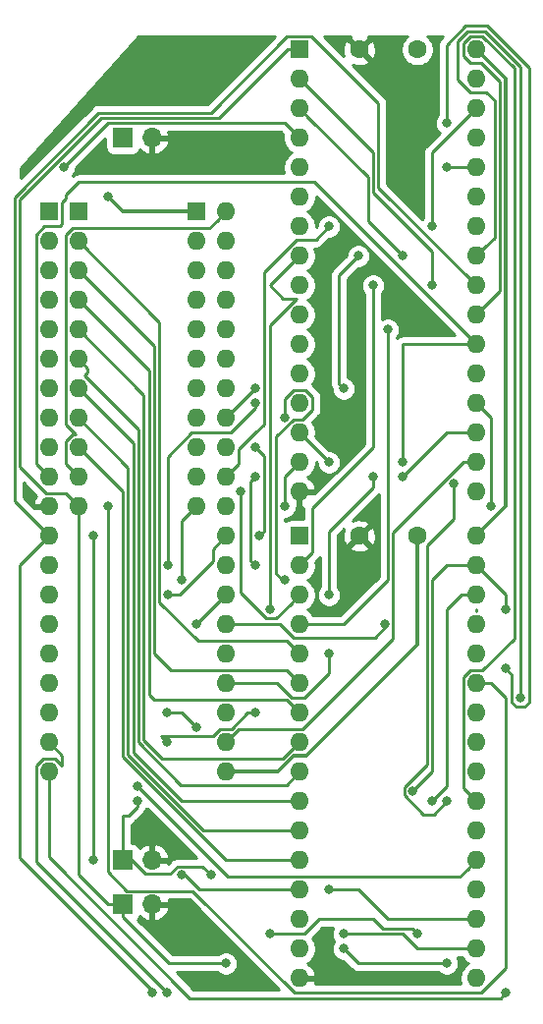
<source format=gbl>
G04 #@! TF.GenerationSoftware,KiCad,Pcbnew,5.1.5+dfsg1-2*
G04 #@! TF.CreationDate,2020-01-25T11:12:06+01:00*
G04 #@! TF.ProjectId,A500r5_eprom_adapter,41353030-7235-45f6-9570-726f6d5f6164,rev?*
G04 #@! TF.SameCoordinates,Original*
G04 #@! TF.FileFunction,Copper,L2,Bot*
G04 #@! TF.FilePolarity,Positive*
%FSLAX46Y46*%
G04 Gerber Fmt 4.6, Leading zero omitted, Abs format (unit mm)*
G04 Created by KiCad (PCBNEW 5.1.5+dfsg1-2) date 2020-01-25 11:12:06*
%MOMM*%
%LPD*%
G04 APERTURE LIST*
%ADD10O,1.600000X1.600000*%
%ADD11R,1.600000X1.600000*%
%ADD12O,1.700000X1.700000*%
%ADD13R,1.700000X1.700000*%
%ADD14C,1.600000*%
%ADD15C,0.800000*%
%ADD16C,0.250000*%
%ADD17C,0.350000*%
%ADD18C,0.254000*%
G04 APERTURE END LIST*
D10*
X143510000Y-99060000D03*
X128270000Y-137160000D03*
X143510000Y-101600000D03*
X128270000Y-134620000D03*
X143510000Y-104140000D03*
X128270000Y-132080000D03*
X143510000Y-106680000D03*
X128270000Y-129540000D03*
X143510000Y-109220000D03*
X128270000Y-127000000D03*
X143510000Y-111760000D03*
X128270000Y-124460000D03*
X143510000Y-114300000D03*
X128270000Y-121920000D03*
X143510000Y-116840000D03*
X128270000Y-119380000D03*
X143510000Y-119380000D03*
X128270000Y-116840000D03*
X143510000Y-121920000D03*
X128270000Y-114300000D03*
X143510000Y-124460000D03*
X128270000Y-111760000D03*
X143510000Y-127000000D03*
X128270000Y-109220000D03*
X143510000Y-129540000D03*
X128270000Y-106680000D03*
X143510000Y-132080000D03*
X128270000Y-104140000D03*
X143510000Y-134620000D03*
X128270000Y-101600000D03*
X143510000Y-137160000D03*
D11*
X128270000Y-99060000D03*
D10*
X143510000Y-57150000D03*
X128270000Y-95250000D03*
X143510000Y-59690000D03*
X128270000Y-92710000D03*
X143510000Y-62230000D03*
X128270000Y-90170000D03*
X143510000Y-64770000D03*
X128270000Y-87630000D03*
X143510000Y-67310000D03*
X128270000Y-85090000D03*
X143510000Y-69850000D03*
X128270000Y-82550000D03*
X143510000Y-72390000D03*
X128270000Y-80010000D03*
X143510000Y-74930000D03*
X128270000Y-77470000D03*
X143510000Y-77470000D03*
X128270000Y-74930000D03*
X143510000Y-80010000D03*
X128270000Y-72390000D03*
X143510000Y-82550000D03*
X128270000Y-69850000D03*
X143510000Y-85090000D03*
X128270000Y-67310000D03*
X143510000Y-87630000D03*
X128270000Y-64770000D03*
X143510000Y-90170000D03*
X128270000Y-62230000D03*
X143510000Y-92710000D03*
X128270000Y-59690000D03*
X143510000Y-95250000D03*
D11*
X128270000Y-57150000D03*
D10*
X121920000Y-71120000D03*
X106680000Y-119380000D03*
X121920000Y-73660000D03*
X106680000Y-116840000D03*
X121920000Y-76200000D03*
X106680000Y-114300000D03*
X121920000Y-78740000D03*
X106680000Y-111760000D03*
X121920000Y-81280000D03*
X106680000Y-109220000D03*
X121920000Y-83820000D03*
X106680000Y-106680000D03*
X121920000Y-86360000D03*
X106680000Y-104140000D03*
X121920000Y-88900000D03*
X106680000Y-101600000D03*
X121920000Y-91440000D03*
X106680000Y-99060000D03*
X121920000Y-93980000D03*
X106680000Y-96520000D03*
X121920000Y-96520000D03*
X106680000Y-93980000D03*
X121920000Y-99060000D03*
X106680000Y-91440000D03*
X121920000Y-101600000D03*
X106680000Y-88900000D03*
X121920000Y-104140000D03*
X106680000Y-86360000D03*
X121920000Y-106680000D03*
X106680000Y-83820000D03*
X121920000Y-109220000D03*
X106680000Y-81280000D03*
X121920000Y-111760000D03*
X106680000Y-78740000D03*
X121920000Y-114300000D03*
X106680000Y-76200000D03*
X121920000Y-116840000D03*
X106680000Y-73660000D03*
X121920000Y-119380000D03*
D11*
X106680000Y-71120000D03*
D10*
X119380000Y-96520000D03*
X119380000Y-93980000D03*
X119380000Y-91440000D03*
X119380000Y-88900000D03*
X119380000Y-86360000D03*
X119380000Y-83820000D03*
X119380000Y-81280000D03*
X119380000Y-78740000D03*
X119380000Y-76200000D03*
X119380000Y-73660000D03*
D11*
X119380000Y-71120000D03*
D10*
X109220000Y-96520000D03*
X109220000Y-93980000D03*
X109220000Y-91440000D03*
X109220000Y-88900000D03*
X109220000Y-86360000D03*
X109220000Y-83820000D03*
X109220000Y-81280000D03*
X109220000Y-78740000D03*
X109220000Y-76200000D03*
X109220000Y-73660000D03*
D11*
X109220000Y-71120000D03*
D12*
X115570000Y-130810000D03*
D13*
X113030000Y-130810000D03*
D12*
X115570000Y-127000000D03*
D13*
X113030000Y-127000000D03*
D12*
X115570000Y-64770000D03*
D13*
X113030000Y-64770000D03*
D14*
X133430000Y-57150000D03*
X138430000Y-57150000D03*
X133430000Y-99060000D03*
X138430000Y-99060000D03*
D15*
X113030000Y-60960000D03*
X119380000Y-60960000D03*
X111760000Y-69850000D03*
X114300000Y-121920000D03*
X118110000Y-102870000D03*
X120650000Y-128270000D03*
X125730000Y-133350000D03*
X138430000Y-133350000D03*
X138030001Y-121049999D03*
X146050000Y-105410000D03*
X121920000Y-135890000D03*
X125730000Y-105410000D03*
X111760000Y-96520000D03*
X110490000Y-99060000D03*
X110490000Y-127000000D03*
X139700000Y-121920000D03*
X130810000Y-72390000D03*
X139700000Y-72390000D03*
X124460000Y-93980000D03*
X124460000Y-101600000D03*
X134620000Y-77470000D03*
X139700000Y-77470000D03*
X124460000Y-86360000D03*
X132080000Y-86360000D03*
X133350000Y-74930000D03*
X137160000Y-74930000D03*
X123190000Y-95250000D03*
X146050000Y-110490000D03*
X140970000Y-63500000D03*
X140970000Y-67310000D03*
X107950000Y-67310000D03*
X135890000Y-81280000D03*
X147320000Y-113030000D03*
X146050000Y-138430000D03*
X116840000Y-138430000D03*
X116840000Y-116840000D03*
X124460000Y-114300000D03*
X127000000Y-96520000D03*
X116840000Y-114300000D03*
X119380000Y-115570000D03*
X124785001Y-99060000D03*
X124460000Y-91440000D03*
X130810000Y-92710000D03*
X118110000Y-128270000D03*
X116905070Y-101600000D03*
X124460000Y-87630000D03*
X115570000Y-138430000D03*
X140970000Y-121920000D03*
X141605708Y-94508228D03*
X137160000Y-92710000D03*
X116905070Y-104140000D03*
X114300000Y-120650000D03*
X127000000Y-88900000D03*
X127000000Y-102870000D03*
X119380000Y-106680000D03*
X132080000Y-134620000D03*
X140970000Y-135890000D03*
X135615010Y-106680000D03*
X144780000Y-96520000D03*
X130810000Y-129540000D03*
X137160000Y-93980000D03*
X134620000Y-93980000D03*
X130810000Y-104140000D03*
X130810000Y-109220000D03*
X132080000Y-133350000D03*
D16*
X143510000Y-105410000D02*
X143510000Y-105554999D01*
D17*
X113030000Y-60960000D02*
X119380000Y-60960000D01*
X119380000Y-71120000D02*
X113030000Y-71120000D01*
X113030000Y-71120000D02*
X111760000Y-69850000D01*
X143510000Y-57150000D02*
X146050000Y-59690000D01*
X146050000Y-96520000D02*
X143510000Y-99060000D01*
X146050000Y-59690000D02*
X146050000Y-96520000D01*
X128834001Y-118015001D02*
X138430000Y-108419002D01*
X138430000Y-108419002D02*
X138430000Y-100191370D01*
X127802119Y-118015001D02*
X128834001Y-118015001D01*
X138430000Y-100191370D02*
X138430000Y-99060000D01*
X126437120Y-119380000D02*
X127802119Y-118015001D01*
X121920000Y-119380000D02*
X126437120Y-119380000D01*
D16*
X113030000Y-127000000D02*
X113030000Y-123190000D01*
X114300000Y-122389002D02*
X114300000Y-121920000D01*
X113030000Y-123190000D02*
X113499002Y-123190000D01*
X113499002Y-123190000D02*
X114300000Y-122389002D01*
X118110000Y-97790000D02*
X119380000Y-96520000D01*
X118110000Y-102870000D02*
X118110000Y-97790000D01*
X117761999Y-127544999D02*
X119924999Y-127544999D01*
X117131997Y-128175001D02*
X117761999Y-127544999D01*
X113030000Y-127000000D02*
X113030000Y-126199002D01*
X115005999Y-128175001D02*
X117131997Y-128175001D01*
X113030000Y-126199002D02*
X115005999Y-128175001D01*
X119924999Y-127544999D02*
X120650000Y-128270000D01*
X134620000Y-132080000D02*
X135439990Y-132899990D01*
X135439990Y-132899990D02*
X137979990Y-132899990D01*
X129935002Y-132080000D02*
X134620000Y-132080000D01*
X125730000Y-133350000D02*
X128665002Y-133350000D01*
X128665002Y-133350000D02*
X129935002Y-132080000D01*
X137979990Y-132899990D02*
X138430000Y-133350000D01*
X140970000Y-101600000D02*
X143510000Y-101600000D01*
X139700000Y-102870000D02*
X140970000Y-101600000D01*
X138030001Y-121049999D02*
X139700000Y-119380000D01*
X139700000Y-119380000D02*
X139700000Y-102870000D01*
X146050000Y-104140000D02*
X143510000Y-101600000D01*
X146050000Y-105410000D02*
X146050000Y-104140000D01*
X108094999Y-95394999D02*
X108420001Y-95720001D01*
X106429997Y-95394999D02*
X108094999Y-95394999D01*
X104140000Y-93105002D02*
X106429997Y-95394999D01*
X128270000Y-57150000D02*
X127220000Y-57150000D01*
X127220000Y-57150000D02*
X121320010Y-63049990D01*
X121320010Y-63049990D02*
X111137008Y-63049990D01*
X104140000Y-70046998D02*
X104140000Y-93105002D01*
X108420001Y-95720001D02*
X109220000Y-96520000D01*
X111137008Y-63049990D02*
X104140000Y-70046998D01*
X109220000Y-96520000D02*
X109220000Y-128270000D01*
X111760000Y-130810000D02*
X113030000Y-130810000D01*
X109220000Y-128270000D02*
X111760000Y-130810000D01*
X113030000Y-131910000D02*
X113030000Y-130810000D01*
X117010000Y-135890000D02*
X113030000Y-131910000D01*
X121920000Y-135890000D02*
X117010000Y-135890000D01*
X121920000Y-127000000D02*
X128270000Y-127000000D01*
X113030000Y-118110000D02*
X121920000Y-127000000D01*
X109220000Y-91440000D02*
X113030000Y-95250000D01*
X113030000Y-95250000D02*
X113030000Y-118110000D01*
X109220000Y-88900000D02*
X113480010Y-93160010D01*
X113480010Y-93160010D02*
X113480010Y-117923600D01*
X113480010Y-117923600D02*
X120016410Y-124460000D01*
X120016410Y-124460000D02*
X128270000Y-124460000D01*
X113930020Y-91070020D02*
X113930020Y-117737200D01*
X109220000Y-86360000D02*
X113930020Y-91070020D01*
X118112820Y-121920000D02*
X128270000Y-121920000D01*
X113930020Y-117737200D02*
X118112820Y-121920000D01*
X110019999Y-84619999D02*
X109220000Y-83820000D01*
X110019999Y-84975001D02*
X110019999Y-84619999D01*
X109760001Y-85234999D02*
X110019999Y-84975001D01*
X128270000Y-119380000D02*
X127144999Y-120505001D01*
X127144999Y-120505001D02*
X118045031Y-120505001D01*
X118045031Y-120505001D02*
X114380030Y-116840000D01*
X114380030Y-116840000D02*
X114380030Y-89855028D01*
X114380030Y-89855028D02*
X109760001Y-85234999D01*
X128270000Y-74930000D02*
X125730000Y-77470000D01*
X125730000Y-80884998D02*
X125730000Y-105410000D01*
X125730000Y-77470000D02*
X126855001Y-78595001D01*
X128019997Y-78595001D02*
X125730000Y-80884998D01*
X126855001Y-78595001D02*
X128019997Y-78595001D01*
X116431439Y-118254999D02*
X126855001Y-118254999D01*
X109220000Y-81280000D02*
X114830040Y-86890040D01*
X126855001Y-118254999D02*
X128270000Y-116840000D01*
X114830040Y-116653600D02*
X116431439Y-118254999D01*
X114830040Y-86890040D02*
X114830040Y-116653600D01*
X127144999Y-113174999D02*
X115714999Y-113174999D01*
X128270000Y-114300000D02*
X127144999Y-113174999D01*
X115714999Y-113174999D02*
X115280050Y-112740050D01*
X115280050Y-84800050D02*
X109220000Y-78740000D01*
X115280050Y-112740050D02*
X115280050Y-84800050D01*
X127470001Y-110960001D02*
X128270000Y-111760000D01*
X109220000Y-76200000D02*
X115730060Y-82710060D01*
X115730060Y-109220000D02*
X117145059Y-110634999D01*
X117145059Y-110634999D02*
X127144999Y-110634999D01*
X115730060Y-82710060D02*
X115730060Y-109220000D01*
X127144999Y-110634999D02*
X127470001Y-110960001D01*
X109220000Y-73660000D02*
X116180070Y-80620070D01*
X116180070Y-80620070D02*
X116180070Y-104750070D01*
X116180070Y-104750070D02*
X119524999Y-108094999D01*
X127470001Y-108420001D02*
X128270000Y-109220000D01*
X119524999Y-108094999D02*
X127144999Y-108094999D01*
X127144999Y-108094999D02*
X127470001Y-108420001D01*
X121120001Y-71919999D02*
X121920000Y-71120000D01*
X120505001Y-72534999D02*
X121120001Y-71919999D01*
X108679999Y-72534999D02*
X120505001Y-72534999D01*
X108094999Y-89440001D02*
X108094999Y-73119999D01*
X108969997Y-90314999D02*
X108094999Y-89440001D01*
X108679999Y-90314999D02*
X108969997Y-90314999D01*
X108094999Y-73119999D02*
X108679999Y-72534999D01*
X108094999Y-90899999D02*
X108679999Y-90314999D01*
X108094999Y-92854999D02*
X108094999Y-90899999D01*
X109220000Y-93980000D02*
X108094999Y-92854999D01*
X119079997Y-129634999D02*
X127874998Y-138430000D01*
X113379997Y-129634999D02*
X119079997Y-129634999D01*
X111760000Y-96520000D02*
X111760000Y-128015002D01*
X111760000Y-128015002D02*
X113379997Y-129634999D01*
X143905002Y-138430000D02*
X146050000Y-136285002D01*
X127874998Y-138430000D02*
X143905002Y-138430000D01*
X146050000Y-136285002D02*
X146050000Y-113030000D01*
X144780000Y-111760000D02*
X143510000Y-111760000D01*
X146050000Y-113030000D02*
X144780000Y-111760000D01*
X110490000Y-99060000D02*
X110490000Y-127000000D01*
X139700000Y-121920000D02*
X140970000Y-120650000D01*
X140970000Y-120650000D02*
X140970000Y-105410000D01*
X140970000Y-105410000D02*
X142240000Y-104140000D01*
X142240000Y-104140000D02*
X143510000Y-104140000D01*
X123045001Y-92854999D02*
X123045001Y-91584999D01*
X121920000Y-93980000D02*
X123045001Y-92854999D01*
X123045001Y-91584999D02*
X124460000Y-90170000D01*
X128019997Y-73515001D02*
X129684999Y-73515001D01*
X125185001Y-76349997D02*
X128019997Y-73515001D01*
X124460000Y-90170000D02*
X125185001Y-89444999D01*
X125185001Y-89444999D02*
X125185001Y-76349997D01*
X129684999Y-73515001D02*
X130810000Y-72390000D01*
X139700000Y-66040000D02*
X143510000Y-62230000D01*
X139700000Y-72390000D02*
X139700000Y-66040000D01*
X124060001Y-101200001D02*
X124460000Y-101600000D01*
X124460000Y-93980000D02*
X124060001Y-94379999D01*
X124060001Y-94379999D02*
X124060001Y-101200001D01*
X129395001Y-100474999D02*
X129395001Y-96664999D01*
X128270000Y-101600000D02*
X129395001Y-100474999D01*
X129395001Y-96664999D02*
X132080000Y-93980000D01*
X132080000Y-93980000D02*
X134620000Y-91440000D01*
X134620000Y-91440000D02*
X134620000Y-77470000D01*
X139700000Y-74534998D02*
X134620000Y-69454998D01*
X139700000Y-77470000D02*
X139700000Y-74534998D01*
X134620000Y-66040000D02*
X128270000Y-59690000D01*
X134620000Y-69454998D02*
X134620000Y-66040000D01*
X121920000Y-88900000D02*
X124460000Y-86360000D01*
X131680001Y-85960001D02*
X131680001Y-76599999D01*
X132080000Y-86360000D02*
X131680001Y-85960001D01*
X131680001Y-76599999D02*
X133350000Y-74930000D01*
X134169990Y-68129990D02*
X129069999Y-63029999D01*
X134169990Y-71939990D02*
X134169990Y-68129990D01*
X129069999Y-63029999D02*
X128270000Y-62230000D01*
X137160000Y-74930000D02*
X134169990Y-71939990D01*
X127470001Y-104939999D02*
X128270000Y-104140000D01*
X126274999Y-106135001D02*
X127470001Y-104939999D01*
X125381999Y-106135001D02*
X126274999Y-106135001D01*
X123190000Y-103943002D02*
X125381999Y-106135001D01*
X123190000Y-95250000D02*
X123190000Y-103943002D01*
X142597197Y-55124981D02*
X140970000Y-56752178D01*
X144422800Y-55124980D02*
X142597197Y-55124981D01*
X140970000Y-56752178D02*
X140970000Y-63500000D01*
X148045001Y-58747181D02*
X144422800Y-55124980D01*
X148045001Y-113378001D02*
X148045001Y-58747181D01*
X146594999Y-111034999D02*
X146594999Y-113378001D01*
X146050000Y-110490000D02*
X146594999Y-111034999D01*
X146594999Y-113378001D02*
X146971999Y-113755001D01*
X146971999Y-113755001D02*
X147668001Y-113755001D01*
X147668001Y-113755001D02*
X148045001Y-113378001D01*
X140970000Y-67310000D02*
X143510000Y-67310000D01*
X107950000Y-67310000D02*
X111760000Y-63500000D01*
X127000000Y-63500000D02*
X128270000Y-64770000D01*
X111760000Y-63500000D02*
X127000000Y-63500000D01*
X132080000Y-106680000D02*
X128270000Y-106680000D01*
X135890000Y-81280000D02*
X135890000Y-102870000D01*
X135890000Y-102870000D02*
X132080000Y-106680000D01*
X145099980Y-73340020D02*
X144309999Y-74130001D01*
X144368489Y-60815001D02*
X145099980Y-61546492D01*
X142969999Y-60815001D02*
X144368489Y-60815001D01*
X141934989Y-59779991D02*
X142969999Y-60815001D01*
X144309999Y-74130001D02*
X143510000Y-74930000D01*
X141934989Y-56423599D02*
X141934989Y-59779991D01*
X142783598Y-55574990D02*
X141934989Y-56423599D01*
X144236401Y-55574989D02*
X142783598Y-55574990D01*
X147320000Y-58658588D02*
X144236401Y-55574989D01*
X145099980Y-61546492D02*
X145099980Y-73340020D01*
X147320000Y-113030000D02*
X147320000Y-58658588D01*
X142710001Y-121120001D02*
X143510000Y-121920000D01*
X142969999Y-110634999D02*
X142384999Y-111219999D01*
X142384999Y-111219999D02*
X142384999Y-120794999D01*
X142969999Y-56024999D02*
X144050001Y-56024999D01*
X142384999Y-56609999D02*
X142969999Y-56024999D01*
X142384999Y-120794999D02*
X142710001Y-121120001D01*
X142384999Y-57690001D02*
X142384999Y-56609999D01*
X142969999Y-58275001D02*
X142384999Y-57690001D01*
X143927881Y-58275001D02*
X142969999Y-58275001D01*
X144050001Y-110634999D02*
X142969999Y-110634999D01*
X146775001Y-107909999D02*
X144050001Y-110634999D01*
X145549990Y-59897110D02*
X143927881Y-58275001D01*
X145549990Y-77970010D02*
X145549990Y-59897110D01*
X146775001Y-58749999D02*
X146775001Y-107909999D01*
X144050001Y-56024999D02*
X146775001Y-58749999D01*
X143510000Y-80010000D02*
X145549990Y-77970010D01*
X118815007Y-138880009D02*
X145599991Y-138880009D01*
X106680000Y-119380000D02*
X106680000Y-126745002D01*
X106680000Y-126745002D02*
X118815007Y-138880009D01*
X145599991Y-138880009D02*
X146050000Y-138430000D01*
X105554999Y-118839999D02*
X105554999Y-127144999D01*
X105554999Y-127144999D02*
X116840000Y-138430000D01*
X107805001Y-118839999D02*
X107220001Y-118254999D01*
X106139999Y-118254999D02*
X105554999Y-118839999D01*
X107220001Y-118254999D02*
X106139999Y-118254999D01*
X106680000Y-116840000D02*
X107805001Y-117965001D01*
X107805001Y-117965001D02*
X107805001Y-118839999D01*
X122408591Y-115714999D02*
X123823590Y-114300000D01*
X121379999Y-115714999D02*
X122408591Y-115714999D01*
X116840000Y-116840000D02*
X116295001Y-116295001D01*
X120799997Y-116295001D02*
X121379999Y-115714999D01*
X116295001Y-116295001D02*
X120799997Y-116295001D01*
X123823590Y-114300000D02*
X124460000Y-114300000D01*
X127000000Y-93980000D02*
X128270000Y-92710000D01*
X127000000Y-96520000D02*
X127000000Y-93980000D01*
X116840000Y-114300000D02*
X118110000Y-114300000D01*
X118110000Y-114300000D02*
X119380000Y-115570000D01*
X125185001Y-98660000D02*
X125185001Y-92165001D01*
X124785001Y-99060000D02*
X125185001Y-98660000D01*
X125185001Y-92165001D02*
X124460000Y-91440000D01*
X130810000Y-92710000D02*
X128270000Y-90170000D01*
X119621408Y-129540000D02*
X118351408Y-128270000D01*
X128270000Y-129540000D02*
X119621408Y-129540000D01*
X118351408Y-128270000D02*
X118110000Y-128270000D01*
X116905070Y-92249928D02*
X118984998Y-90170000D01*
X116905070Y-101600000D02*
X116905070Y-92249928D01*
X122315002Y-90170000D02*
X124460000Y-88025002D01*
X118984998Y-90170000D02*
X122315002Y-90170000D01*
X124460000Y-88025002D02*
X124460000Y-87630000D01*
X106680000Y-99060000D02*
X104140000Y-101600000D01*
X104140000Y-126803002D02*
X115570000Y-138233002D01*
X104140000Y-101600000D02*
X104140000Y-126803002D01*
X115570000Y-138233002D02*
X115570000Y-138430000D01*
X105880001Y-98260001D02*
X106680000Y-99060000D01*
X103689990Y-69860598D02*
X103689990Y-96069990D01*
X103689990Y-96069990D02*
X105880001Y-98260001D01*
X110950608Y-62599980D02*
X103689990Y-69860598D01*
X120635018Y-62599980D02*
X110950608Y-62599980D01*
X127209999Y-56024999D02*
X120635018Y-62599980D01*
X129330001Y-56024999D02*
X127209999Y-56024999D01*
X135070010Y-61765008D02*
X129330001Y-56024999D01*
X135070010Y-69030010D02*
X135070010Y-61765008D01*
X143510000Y-77470000D02*
X135070010Y-69030010D01*
X106284998Y-72390000D02*
X107595002Y-72390000D01*
X106680000Y-93980000D02*
X105554999Y-92854999D01*
X107595002Y-72390000D02*
X107805001Y-72180001D01*
X105554999Y-73119999D02*
X106284998Y-72390000D01*
X105554999Y-92854999D02*
X105554999Y-73119999D01*
X107805001Y-72180001D02*
X107805001Y-70349997D01*
X107805001Y-70349997D02*
X108159999Y-69994999D01*
X108159999Y-69994999D02*
X108159999Y-69640001D01*
X108159999Y-69640001D02*
X109220000Y-68580000D01*
X120650000Y-68580000D02*
X121045002Y-68580000D01*
X109220000Y-68580000D02*
X120650000Y-68580000D01*
X142710001Y-81750001D02*
X143510000Y-82550000D01*
X120650000Y-68580000D02*
X129540000Y-68580000D01*
X129540000Y-68580000D02*
X142710001Y-81750001D01*
X139249991Y-99905011D02*
X141605708Y-97549294D01*
X141605708Y-97549294D02*
X141605708Y-94508228D01*
X139249991Y-118757007D02*
X139249991Y-99905011D01*
X139844999Y-123045001D02*
X138952001Y-123045001D01*
X140970000Y-121920000D02*
X139844999Y-123045001D01*
X138952001Y-123045001D02*
X137305000Y-121398000D01*
X137305000Y-120701998D02*
X139249991Y-118757007D01*
X137305000Y-121398000D02*
X137305000Y-120701998D01*
X137160000Y-92710000D02*
X137160000Y-82550000D01*
X137160000Y-82550000D02*
X143510000Y-82550000D01*
X120794999Y-101258003D02*
X117913002Y-104140000D01*
X121920000Y-99060000D02*
X120794999Y-100185001D01*
X120794999Y-100185001D02*
X120794999Y-101258003D01*
X117913002Y-104140000D02*
X116905070Y-104140000D01*
X142710001Y-127799999D02*
X143510000Y-127000000D01*
X142095001Y-128414999D02*
X142710001Y-127799999D01*
X122064999Y-128414999D02*
X142095001Y-128414999D01*
X114300000Y-120650000D02*
X122064999Y-128414999D01*
X126274999Y-90499999D02*
X126274999Y-99604999D01*
X127729999Y-89044999D02*
X126274999Y-90499999D01*
X128520003Y-89044999D02*
X127729999Y-89044999D01*
X129395001Y-88170001D02*
X128520003Y-89044999D01*
X127000000Y-88900000D02*
X127000000Y-87234998D01*
X127000000Y-87234998D02*
X127729999Y-86504999D01*
X127729999Y-86504999D02*
X128810001Y-86504999D01*
X129395001Y-87089999D02*
X129395001Y-88170001D01*
X128810001Y-86504999D02*
X129395001Y-87089999D01*
X126819998Y-102870000D02*
X127000000Y-102870000D01*
X126274999Y-99604999D02*
X126274999Y-102325001D01*
X126274999Y-102325001D02*
X126819998Y-102870000D01*
X121920000Y-104140000D02*
X119380000Y-106680000D01*
X132080000Y-134620000D02*
X133350000Y-135890000D01*
X133350000Y-135890000D02*
X140970000Y-135890000D01*
X127729999Y-107805001D02*
X134764999Y-107805001D01*
X121920000Y-106680000D02*
X126604998Y-106680000D01*
X126604998Y-106680000D02*
X127729999Y-107805001D01*
X134764999Y-107805001D02*
X135890000Y-106680000D01*
X135890000Y-106680000D02*
X135615010Y-106680000D01*
X144780000Y-88900000D02*
X143510000Y-87630000D01*
X144780000Y-96520000D02*
X144780000Y-88900000D01*
X130810000Y-129540000D02*
X133350000Y-129540000D01*
X135890000Y-132080000D02*
X143510000Y-132080000D01*
X133350000Y-129540000D02*
X135890000Y-132080000D01*
X143510000Y-90170000D02*
X140970000Y-90170000D01*
X140970000Y-90170000D02*
X137160000Y-93980000D01*
X134620000Y-94895002D02*
X130810000Y-98705002D01*
X134620000Y-93980000D02*
X134620000Y-94895002D01*
X130810000Y-98705002D02*
X130810000Y-104140000D01*
X123051370Y-111760000D02*
X121920000Y-111760000D01*
X127636410Y-113030000D02*
X126366410Y-111760000D01*
X126366410Y-111760000D02*
X123051370Y-111760000D01*
X128665002Y-113030000D02*
X127636410Y-113030000D01*
X130810000Y-110885002D02*
X128665002Y-113030000D01*
X130810000Y-109220000D02*
X130810000Y-110885002D01*
X132080000Y-133350000D02*
X137160000Y-133350000D01*
X138430000Y-134620000D02*
X143510000Y-134620000D01*
X137160000Y-133350000D02*
X138430000Y-134620000D01*
X128520003Y-115714999D02*
X136340010Y-107894992D01*
X121920000Y-116840000D02*
X123045001Y-115714999D01*
X123045001Y-115714999D02*
X128520003Y-115714999D01*
X142378630Y-92710000D02*
X143510000Y-92710000D01*
X136340010Y-98748620D02*
X142378630Y-92710000D01*
X136340010Y-107894992D02*
X136340010Y-98748620D01*
D18*
G36*
X126490205Y-138120009D02*
G01*
X119129810Y-138120009D01*
X117659801Y-136650000D01*
X121216289Y-136650000D01*
X121260226Y-136693937D01*
X121429744Y-136807205D01*
X121618102Y-136885226D01*
X121818061Y-136925000D01*
X122021939Y-136925000D01*
X122221898Y-136885226D01*
X122410256Y-136807205D01*
X122579774Y-136693937D01*
X122723937Y-136549774D01*
X122837205Y-136380256D01*
X122915226Y-136191898D01*
X122955000Y-135991939D01*
X122955000Y-135788061D01*
X122915226Y-135588102D01*
X122837205Y-135399744D01*
X122723937Y-135230226D01*
X122579774Y-135086063D01*
X122410256Y-134972795D01*
X122221898Y-134894774D01*
X122021939Y-134855000D01*
X121818061Y-134855000D01*
X121618102Y-134894774D01*
X121429744Y-134972795D01*
X121260226Y-135086063D01*
X121216289Y-135130000D01*
X117324802Y-135130000D01*
X114317345Y-132122543D01*
X114331185Y-132111185D01*
X114410537Y-132014494D01*
X114469502Y-131904180D01*
X114493966Y-131823534D01*
X114569731Y-131907588D01*
X114803080Y-132081641D01*
X115065901Y-132206825D01*
X115213110Y-132251476D01*
X115443000Y-132130155D01*
X115443000Y-130937000D01*
X115697000Y-130937000D01*
X115697000Y-132130155D01*
X115926890Y-132251476D01*
X116074099Y-132206825D01*
X116336920Y-132081641D01*
X116570269Y-131907588D01*
X116765178Y-131691355D01*
X116914157Y-131441252D01*
X117011481Y-131166891D01*
X116890814Y-130937000D01*
X115697000Y-130937000D01*
X115443000Y-130937000D01*
X115423000Y-130937000D01*
X115423000Y-130683000D01*
X115443000Y-130683000D01*
X115443000Y-130663000D01*
X115697000Y-130663000D01*
X115697000Y-130683000D01*
X116890814Y-130683000D01*
X117011481Y-130453109D01*
X116990868Y-130394999D01*
X118765196Y-130394999D01*
X126490205Y-138120009D01*
G37*
X126490205Y-138120009D02*
X119129810Y-138120009D01*
X117659801Y-136650000D01*
X121216289Y-136650000D01*
X121260226Y-136693937D01*
X121429744Y-136807205D01*
X121618102Y-136885226D01*
X121818061Y-136925000D01*
X122021939Y-136925000D01*
X122221898Y-136885226D01*
X122410256Y-136807205D01*
X122579774Y-136693937D01*
X122723937Y-136549774D01*
X122837205Y-136380256D01*
X122915226Y-136191898D01*
X122955000Y-135991939D01*
X122955000Y-135788061D01*
X122915226Y-135588102D01*
X122837205Y-135399744D01*
X122723937Y-135230226D01*
X122579774Y-135086063D01*
X122410256Y-134972795D01*
X122221898Y-134894774D01*
X122021939Y-134855000D01*
X121818061Y-134855000D01*
X121618102Y-134894774D01*
X121429744Y-134972795D01*
X121260226Y-135086063D01*
X121216289Y-135130000D01*
X117324802Y-135130000D01*
X114317345Y-132122543D01*
X114331185Y-132111185D01*
X114410537Y-132014494D01*
X114469502Y-131904180D01*
X114493966Y-131823534D01*
X114569731Y-131907588D01*
X114803080Y-132081641D01*
X115065901Y-132206825D01*
X115213110Y-132251476D01*
X115443000Y-132130155D01*
X115443000Y-130937000D01*
X115697000Y-130937000D01*
X115697000Y-132130155D01*
X115926890Y-132251476D01*
X116074099Y-132206825D01*
X116336920Y-132081641D01*
X116570269Y-131907588D01*
X116765178Y-131691355D01*
X116914157Y-131441252D01*
X117011481Y-131166891D01*
X116890814Y-130937000D01*
X115697000Y-130937000D01*
X115443000Y-130937000D01*
X115423000Y-130937000D01*
X115423000Y-130683000D01*
X115443000Y-130683000D01*
X115443000Y-130663000D01*
X115697000Y-130663000D01*
X115697000Y-130683000D01*
X116890814Y-130683000D01*
X117011481Y-130453109D01*
X116990868Y-130394999D01*
X118765196Y-130394999D01*
X126490205Y-138120009D01*
G36*
X131162795Y-132859744D02*
G01*
X131084774Y-133048102D01*
X131045000Y-133248061D01*
X131045000Y-133451939D01*
X131084774Y-133651898D01*
X131162795Y-133840256D01*
X131259510Y-133985000D01*
X131162795Y-134129744D01*
X131084774Y-134318102D01*
X131045000Y-134518061D01*
X131045000Y-134721939D01*
X131084774Y-134921898D01*
X131162795Y-135110256D01*
X131276063Y-135279774D01*
X131420226Y-135423937D01*
X131589744Y-135537205D01*
X131778102Y-135615226D01*
X131978061Y-135655000D01*
X132040199Y-135655000D01*
X132786201Y-136401003D01*
X132809999Y-136430001D01*
X132925724Y-136524974D01*
X133057753Y-136595546D01*
X133201014Y-136639003D01*
X133312667Y-136650000D01*
X133312676Y-136650000D01*
X133349999Y-136653676D01*
X133387322Y-136650000D01*
X140266289Y-136650000D01*
X140310226Y-136693937D01*
X140479744Y-136807205D01*
X140668102Y-136885226D01*
X140868061Y-136925000D01*
X141071939Y-136925000D01*
X141271898Y-136885226D01*
X141460256Y-136807205D01*
X141629774Y-136693937D01*
X141773937Y-136549774D01*
X141887205Y-136380256D01*
X141965226Y-136191898D01*
X142005000Y-135991939D01*
X142005000Y-135788061D01*
X141965226Y-135588102D01*
X141887205Y-135399744D01*
X141874013Y-135380000D01*
X142291957Y-135380000D01*
X142395363Y-135534759D01*
X142595241Y-135734637D01*
X142827759Y-135890000D01*
X142595241Y-136045363D01*
X142395363Y-136245241D01*
X142238320Y-136480273D01*
X142130147Y-136741426D01*
X142075000Y-137018665D01*
X142075000Y-137301335D01*
X142130147Y-137578574D01*
X142168017Y-137670000D01*
X129608526Y-137670000D01*
X129621246Y-137643087D01*
X129661904Y-137509039D01*
X129539915Y-137287000D01*
X128397000Y-137287000D01*
X128397000Y-137307000D01*
X128143000Y-137307000D01*
X128143000Y-137287000D01*
X128123000Y-137287000D01*
X128123000Y-137033000D01*
X128143000Y-137033000D01*
X128143000Y-137013000D01*
X128397000Y-137013000D01*
X128397000Y-137033000D01*
X129539915Y-137033000D01*
X129661904Y-136810961D01*
X129621246Y-136676913D01*
X129501037Y-136422580D01*
X129333519Y-136196586D01*
X129125131Y-136007615D01*
X128939135Y-135896067D01*
X128949727Y-135891680D01*
X129184759Y-135734637D01*
X129384637Y-135534759D01*
X129541680Y-135299727D01*
X129649853Y-135038574D01*
X129705000Y-134761335D01*
X129705000Y-134478665D01*
X129649853Y-134201426D01*
X129541680Y-133940273D01*
X129384637Y-133705241D01*
X129384600Y-133705204D01*
X130249804Y-132840000D01*
X131175987Y-132840000D01*
X131162795Y-132859744D01*
G37*
X131162795Y-132859744D02*
X131084774Y-133048102D01*
X131045000Y-133248061D01*
X131045000Y-133451939D01*
X131084774Y-133651898D01*
X131162795Y-133840256D01*
X131259510Y-133985000D01*
X131162795Y-134129744D01*
X131084774Y-134318102D01*
X131045000Y-134518061D01*
X131045000Y-134721939D01*
X131084774Y-134921898D01*
X131162795Y-135110256D01*
X131276063Y-135279774D01*
X131420226Y-135423937D01*
X131589744Y-135537205D01*
X131778102Y-135615226D01*
X131978061Y-135655000D01*
X132040199Y-135655000D01*
X132786201Y-136401003D01*
X132809999Y-136430001D01*
X132925724Y-136524974D01*
X133057753Y-136595546D01*
X133201014Y-136639003D01*
X133312667Y-136650000D01*
X133312676Y-136650000D01*
X133349999Y-136653676D01*
X133387322Y-136650000D01*
X140266289Y-136650000D01*
X140310226Y-136693937D01*
X140479744Y-136807205D01*
X140668102Y-136885226D01*
X140868061Y-136925000D01*
X141071939Y-136925000D01*
X141271898Y-136885226D01*
X141460256Y-136807205D01*
X141629774Y-136693937D01*
X141773937Y-136549774D01*
X141887205Y-136380256D01*
X141965226Y-136191898D01*
X142005000Y-135991939D01*
X142005000Y-135788061D01*
X141965226Y-135588102D01*
X141887205Y-135399744D01*
X141874013Y-135380000D01*
X142291957Y-135380000D01*
X142395363Y-135534759D01*
X142595241Y-135734637D01*
X142827759Y-135890000D01*
X142595241Y-136045363D01*
X142395363Y-136245241D01*
X142238320Y-136480273D01*
X142130147Y-136741426D01*
X142075000Y-137018665D01*
X142075000Y-137301335D01*
X142130147Y-137578574D01*
X142168017Y-137670000D01*
X129608526Y-137670000D01*
X129621246Y-137643087D01*
X129661904Y-137509039D01*
X129539915Y-137287000D01*
X128397000Y-137287000D01*
X128397000Y-137307000D01*
X128143000Y-137307000D01*
X128143000Y-137287000D01*
X128123000Y-137287000D01*
X128123000Y-137033000D01*
X128143000Y-137033000D01*
X128143000Y-137013000D01*
X128397000Y-137013000D01*
X128397000Y-137033000D01*
X129539915Y-137033000D01*
X129661904Y-136810961D01*
X129621246Y-136676913D01*
X129501037Y-136422580D01*
X129333519Y-136196586D01*
X129125131Y-136007615D01*
X128939135Y-135896067D01*
X128949727Y-135891680D01*
X129184759Y-135734637D01*
X129384637Y-135534759D01*
X129541680Y-135299727D01*
X129649853Y-135038574D01*
X129705000Y-134761335D01*
X129705000Y-134478665D01*
X129649853Y-134201426D01*
X129541680Y-133940273D01*
X129384637Y-133705241D01*
X129384600Y-133705204D01*
X130249804Y-132840000D01*
X131175987Y-132840000D01*
X131162795Y-132859744D01*
G36*
X119360197Y-126784999D02*
G01*
X117799321Y-126784999D01*
X117761998Y-126781323D01*
X117724675Y-126784999D01*
X117724666Y-126784999D01*
X117613013Y-126795996D01*
X117469752Y-126839453D01*
X117337723Y-126910025D01*
X117221998Y-127004998D01*
X117198199Y-127033997D01*
X116964607Y-127267589D01*
X116890814Y-127127000D01*
X115697000Y-127127000D01*
X115697000Y-127147000D01*
X115443000Y-127147000D01*
X115443000Y-127127000D01*
X115423000Y-127127000D01*
X115423000Y-126873000D01*
X115443000Y-126873000D01*
X115443000Y-125679845D01*
X115697000Y-125679845D01*
X115697000Y-126873000D01*
X116890814Y-126873000D01*
X117011481Y-126643109D01*
X116914157Y-126368748D01*
X116765178Y-126118645D01*
X116570269Y-125902412D01*
X116336920Y-125728359D01*
X116074099Y-125603175D01*
X115926890Y-125558524D01*
X115697000Y-125679845D01*
X115443000Y-125679845D01*
X115213110Y-125558524D01*
X115065901Y-125603175D01*
X114803080Y-125728359D01*
X114569731Y-125902412D01*
X114493966Y-125986466D01*
X114469502Y-125905820D01*
X114410537Y-125795506D01*
X114331185Y-125698815D01*
X114234494Y-125619463D01*
X114124180Y-125560498D01*
X114004482Y-125524188D01*
X113880000Y-125511928D01*
X113790000Y-125511928D01*
X113790000Y-123895925D01*
X113791249Y-123895546D01*
X113923278Y-123824974D01*
X114039003Y-123730001D01*
X114062805Y-123700998D01*
X114811004Y-122952800D01*
X114840001Y-122929003D01*
X114934974Y-122813278D01*
X115005546Y-122681249D01*
X115006889Y-122676822D01*
X115103937Y-122579774D01*
X115124379Y-122549180D01*
X119360197Y-126784999D01*
G37*
X119360197Y-126784999D02*
X117799321Y-126784999D01*
X117761998Y-126781323D01*
X117724675Y-126784999D01*
X117724666Y-126784999D01*
X117613013Y-126795996D01*
X117469752Y-126839453D01*
X117337723Y-126910025D01*
X117221998Y-127004998D01*
X117198199Y-127033997D01*
X116964607Y-127267589D01*
X116890814Y-127127000D01*
X115697000Y-127127000D01*
X115697000Y-127147000D01*
X115443000Y-127147000D01*
X115443000Y-127127000D01*
X115423000Y-127127000D01*
X115423000Y-126873000D01*
X115443000Y-126873000D01*
X115443000Y-125679845D01*
X115697000Y-125679845D01*
X115697000Y-126873000D01*
X116890814Y-126873000D01*
X117011481Y-126643109D01*
X116914157Y-126368748D01*
X116765178Y-126118645D01*
X116570269Y-125902412D01*
X116336920Y-125728359D01*
X116074099Y-125603175D01*
X115926890Y-125558524D01*
X115697000Y-125679845D01*
X115443000Y-125679845D01*
X115213110Y-125558524D01*
X115065901Y-125603175D01*
X114803080Y-125728359D01*
X114569731Y-125902412D01*
X114493966Y-125986466D01*
X114469502Y-125905820D01*
X114410537Y-125795506D01*
X114331185Y-125698815D01*
X114234494Y-125619463D01*
X114124180Y-125560498D01*
X114004482Y-125524188D01*
X113880000Y-125511928D01*
X113790000Y-125511928D01*
X113790000Y-123895925D01*
X113791249Y-123895546D01*
X113923278Y-123824974D01*
X114039003Y-123730001D01*
X114062805Y-123700998D01*
X114811004Y-122952800D01*
X114840001Y-122929003D01*
X114934974Y-122813278D01*
X115005546Y-122681249D01*
X115006889Y-122676822D01*
X115103937Y-122579774D01*
X115124379Y-122549180D01*
X119360197Y-126784999D01*
G36*
X135130001Y-102555197D02*
G01*
X131765199Y-105920000D01*
X129488043Y-105920000D01*
X129384637Y-105765241D01*
X129184759Y-105565363D01*
X128952241Y-105410000D01*
X129184759Y-105254637D01*
X129384637Y-105054759D01*
X129541680Y-104819727D01*
X129649853Y-104558574D01*
X129705000Y-104281335D01*
X129705000Y-103998665D01*
X129649853Y-103721426D01*
X129541680Y-103460273D01*
X129384637Y-103225241D01*
X129184759Y-103025363D01*
X128952241Y-102870000D01*
X129184759Y-102714637D01*
X129384637Y-102514759D01*
X129541680Y-102279727D01*
X129649853Y-102018574D01*
X129705000Y-101741335D01*
X129705000Y-101458665D01*
X129668688Y-101276114D01*
X129906005Y-101038797D01*
X129935002Y-101015000D01*
X130029975Y-100899275D01*
X130050000Y-100861811D01*
X130050001Y-103436288D01*
X130006063Y-103480226D01*
X129892795Y-103649744D01*
X129814774Y-103838102D01*
X129775000Y-104038061D01*
X129775000Y-104241939D01*
X129814774Y-104441898D01*
X129892795Y-104630256D01*
X130006063Y-104799774D01*
X130150226Y-104943937D01*
X130319744Y-105057205D01*
X130508102Y-105135226D01*
X130708061Y-105175000D01*
X130911939Y-105175000D01*
X131111898Y-105135226D01*
X131300256Y-105057205D01*
X131469774Y-104943937D01*
X131613937Y-104799774D01*
X131727205Y-104630256D01*
X131805226Y-104441898D01*
X131845000Y-104241939D01*
X131845000Y-104038061D01*
X131805226Y-103838102D01*
X131727205Y-103649744D01*
X131613937Y-103480226D01*
X131570000Y-103436289D01*
X131570000Y-100052702D01*
X132616903Y-100052702D01*
X132688486Y-100296671D01*
X132943996Y-100417571D01*
X133218184Y-100486300D01*
X133500512Y-100500217D01*
X133780130Y-100458787D01*
X134046292Y-100363603D01*
X134171514Y-100296671D01*
X134243097Y-100052702D01*
X133430000Y-99239605D01*
X132616903Y-100052702D01*
X131570000Y-100052702D01*
X131570000Y-99019803D01*
X132123284Y-98466519D01*
X132072429Y-98573996D01*
X132003700Y-98848184D01*
X131989783Y-99130512D01*
X132031213Y-99410130D01*
X132126397Y-99676292D01*
X132193329Y-99801514D01*
X132437298Y-99873097D01*
X133250395Y-99060000D01*
X133609605Y-99060000D01*
X134422702Y-99873097D01*
X134666671Y-99801514D01*
X134787571Y-99546004D01*
X134856300Y-99271816D01*
X134870217Y-98989488D01*
X134828787Y-98709870D01*
X134733603Y-98443708D01*
X134666671Y-98318486D01*
X134422702Y-98246903D01*
X133609605Y-99060000D01*
X133250395Y-99060000D01*
X133236253Y-99045858D01*
X133415858Y-98866253D01*
X133430000Y-98880395D01*
X134243097Y-98067298D01*
X134171514Y-97823329D01*
X133916004Y-97702429D01*
X133641816Y-97633700D01*
X133359488Y-97619783D01*
X133079870Y-97661213D01*
X132844373Y-97745431D01*
X135130001Y-95459803D01*
X135130001Y-102555197D01*
G37*
X135130001Y-102555197D02*
X131765199Y-105920000D01*
X129488043Y-105920000D01*
X129384637Y-105765241D01*
X129184759Y-105565363D01*
X128952241Y-105410000D01*
X129184759Y-105254637D01*
X129384637Y-105054759D01*
X129541680Y-104819727D01*
X129649853Y-104558574D01*
X129705000Y-104281335D01*
X129705000Y-103998665D01*
X129649853Y-103721426D01*
X129541680Y-103460273D01*
X129384637Y-103225241D01*
X129184759Y-103025363D01*
X128952241Y-102870000D01*
X129184759Y-102714637D01*
X129384637Y-102514759D01*
X129541680Y-102279727D01*
X129649853Y-102018574D01*
X129705000Y-101741335D01*
X129705000Y-101458665D01*
X129668688Y-101276114D01*
X129906005Y-101038797D01*
X129935002Y-101015000D01*
X130029975Y-100899275D01*
X130050000Y-100861811D01*
X130050001Y-103436288D01*
X130006063Y-103480226D01*
X129892795Y-103649744D01*
X129814774Y-103838102D01*
X129775000Y-104038061D01*
X129775000Y-104241939D01*
X129814774Y-104441898D01*
X129892795Y-104630256D01*
X130006063Y-104799774D01*
X130150226Y-104943937D01*
X130319744Y-105057205D01*
X130508102Y-105135226D01*
X130708061Y-105175000D01*
X130911939Y-105175000D01*
X131111898Y-105135226D01*
X131300256Y-105057205D01*
X131469774Y-104943937D01*
X131613937Y-104799774D01*
X131727205Y-104630256D01*
X131805226Y-104441898D01*
X131845000Y-104241939D01*
X131845000Y-104038061D01*
X131805226Y-103838102D01*
X131727205Y-103649744D01*
X131613937Y-103480226D01*
X131570000Y-103436289D01*
X131570000Y-100052702D01*
X132616903Y-100052702D01*
X132688486Y-100296671D01*
X132943996Y-100417571D01*
X133218184Y-100486300D01*
X133500512Y-100500217D01*
X133780130Y-100458787D01*
X134046292Y-100363603D01*
X134171514Y-100296671D01*
X134243097Y-100052702D01*
X133430000Y-99239605D01*
X132616903Y-100052702D01*
X131570000Y-100052702D01*
X131570000Y-99019803D01*
X132123284Y-98466519D01*
X132072429Y-98573996D01*
X132003700Y-98848184D01*
X131989783Y-99130512D01*
X132031213Y-99410130D01*
X132126397Y-99676292D01*
X132193329Y-99801514D01*
X132437298Y-99873097D01*
X133250395Y-99060000D01*
X133609605Y-99060000D01*
X134422702Y-99873097D01*
X134666671Y-99801514D01*
X134787571Y-99546004D01*
X134856300Y-99271816D01*
X134870217Y-98989488D01*
X134828787Y-98709870D01*
X134733603Y-98443708D01*
X134666671Y-98318486D01*
X134422702Y-98246903D01*
X133609605Y-99060000D01*
X133250395Y-99060000D01*
X133236253Y-99045858D01*
X133415858Y-98866253D01*
X133430000Y-98880395D01*
X134243097Y-98067298D01*
X134171514Y-97823329D01*
X133916004Y-97702429D01*
X133641816Y-97633700D01*
X133359488Y-97619783D01*
X133079870Y-97661213D01*
X132844373Y-97745431D01*
X135130001Y-95459803D01*
X135130001Y-102555197D01*
G36*
X141675198Y-81790000D02*
G01*
X137197333Y-81790000D01*
X137160000Y-81786323D01*
X137122667Y-81790000D01*
X137011014Y-81800997D01*
X136867753Y-81844454D01*
X136735724Y-81915026D01*
X136650000Y-81985378D01*
X136650000Y-81983711D01*
X136693937Y-81939774D01*
X136807205Y-81770256D01*
X136885226Y-81581898D01*
X136925000Y-81381939D01*
X136925000Y-81178061D01*
X136885226Y-80978102D01*
X136807205Y-80789744D01*
X136693937Y-80620226D01*
X136549774Y-80476063D01*
X136380256Y-80362795D01*
X136191898Y-80284774D01*
X135991939Y-80245000D01*
X135788061Y-80245000D01*
X135588102Y-80284774D01*
X135399744Y-80362795D01*
X135380000Y-80375987D01*
X135380000Y-78173711D01*
X135423937Y-78129774D01*
X135537205Y-77960256D01*
X135615226Y-77771898D01*
X135655000Y-77571939D01*
X135655000Y-77368061D01*
X135615226Y-77168102D01*
X135537205Y-76979744D01*
X135423937Y-76810226D01*
X135279774Y-76666063D01*
X135110256Y-76552795D01*
X134921898Y-76474774D01*
X134721939Y-76435000D01*
X134518061Y-76435000D01*
X134318102Y-76474774D01*
X134129744Y-76552795D01*
X133960226Y-76666063D01*
X133816063Y-76810226D01*
X133702795Y-76979744D01*
X133624774Y-77168102D01*
X133585000Y-77368061D01*
X133585000Y-77571939D01*
X133624774Y-77771898D01*
X133702795Y-77960256D01*
X133816063Y-78129774D01*
X133860001Y-78173712D01*
X133860000Y-91125197D01*
X131569002Y-93416197D01*
X131568997Y-93416201D01*
X129564128Y-95421071D01*
X129539915Y-95377000D01*
X128397000Y-95377000D01*
X128397000Y-96520624D01*
X128619040Y-96641909D01*
X128634131Y-96636505D01*
X128631325Y-96664999D01*
X128635002Y-96702331D01*
X128635002Y-97621928D01*
X127470000Y-97621928D01*
X127345518Y-97634188D01*
X127225820Y-97670498D01*
X127115506Y-97729463D01*
X127034999Y-97795533D01*
X127034999Y-97555000D01*
X127101939Y-97555000D01*
X127301898Y-97515226D01*
X127490256Y-97437205D01*
X127659774Y-97323937D01*
X127803937Y-97179774D01*
X127917205Y-97010256D01*
X127995226Y-96821898D01*
X128035000Y-96621939D01*
X128035000Y-96579617D01*
X128143000Y-96520624D01*
X128143000Y-95377000D01*
X128123000Y-95377000D01*
X128123000Y-95123000D01*
X128143000Y-95123000D01*
X128143000Y-95103000D01*
X128397000Y-95103000D01*
X128397000Y-95123000D01*
X129539915Y-95123000D01*
X129661904Y-94900961D01*
X129621246Y-94766913D01*
X129501037Y-94512580D01*
X129333519Y-94286586D01*
X129125131Y-94097615D01*
X128939135Y-93986067D01*
X128949727Y-93981680D01*
X129184759Y-93824637D01*
X129384637Y-93624759D01*
X129541680Y-93389727D01*
X129649853Y-93128574D01*
X129705000Y-92851335D01*
X129705000Y-92679803D01*
X129775000Y-92749803D01*
X129775000Y-92811939D01*
X129814774Y-93011898D01*
X129892795Y-93200256D01*
X130006063Y-93369774D01*
X130150226Y-93513937D01*
X130319744Y-93627205D01*
X130508102Y-93705226D01*
X130708061Y-93745000D01*
X130911939Y-93745000D01*
X131111898Y-93705226D01*
X131300256Y-93627205D01*
X131469774Y-93513937D01*
X131613937Y-93369774D01*
X131727205Y-93200256D01*
X131805226Y-93011898D01*
X131845000Y-92811939D01*
X131845000Y-92608061D01*
X131805226Y-92408102D01*
X131727205Y-92219744D01*
X131613937Y-92050226D01*
X131469774Y-91906063D01*
X131300256Y-91792795D01*
X131111898Y-91714774D01*
X130911939Y-91675000D01*
X130849803Y-91675000D01*
X129668688Y-90493886D01*
X129705000Y-90311335D01*
X129705000Y-90028665D01*
X129649853Y-89751426D01*
X129541680Y-89490273D01*
X129384637Y-89255241D01*
X129384600Y-89255204D01*
X129906004Y-88733800D01*
X129935002Y-88710002D01*
X130004576Y-88625226D01*
X130029975Y-88594278D01*
X130100547Y-88462248D01*
X130116388Y-88410025D01*
X130144004Y-88318987D01*
X130155001Y-88207334D01*
X130155001Y-88207325D01*
X130158677Y-88170002D01*
X130155001Y-88132679D01*
X130155001Y-87127322D01*
X130158677Y-87089999D01*
X130155001Y-87052676D01*
X130155001Y-87052666D01*
X130144004Y-86941013D01*
X130100547Y-86797752D01*
X130090296Y-86778574D01*
X130029975Y-86665722D01*
X129958800Y-86578996D01*
X129935002Y-86549998D01*
X129906005Y-86526201D01*
X129384600Y-86004796D01*
X129384637Y-86004759D01*
X129541680Y-85769727D01*
X129649853Y-85508574D01*
X129705000Y-85231335D01*
X129705000Y-84948665D01*
X129649853Y-84671426D01*
X129541680Y-84410273D01*
X129384637Y-84175241D01*
X129184759Y-83975363D01*
X128952241Y-83820000D01*
X129184759Y-83664637D01*
X129384637Y-83464759D01*
X129541680Y-83229727D01*
X129649853Y-82968574D01*
X129705000Y-82691335D01*
X129705000Y-82408665D01*
X129649853Y-82131426D01*
X129541680Y-81870273D01*
X129384637Y-81635241D01*
X129184759Y-81435363D01*
X128952241Y-81280000D01*
X129184759Y-81124637D01*
X129384637Y-80924759D01*
X129541680Y-80689727D01*
X129649853Y-80428574D01*
X129705000Y-80151335D01*
X129705000Y-79868665D01*
X129649853Y-79591426D01*
X129541680Y-79330273D01*
X129384637Y-79095241D01*
X129184759Y-78895363D01*
X128952241Y-78740000D01*
X129184759Y-78584637D01*
X129384637Y-78384759D01*
X129541680Y-78149727D01*
X129649853Y-77888574D01*
X129705000Y-77611335D01*
X129705000Y-77328665D01*
X129649853Y-77051426D01*
X129541680Y-76790273D01*
X129414544Y-76599999D01*
X130916325Y-76599999D01*
X130920002Y-76637331D01*
X130920001Y-85922679D01*
X130916325Y-85960001D01*
X130920001Y-85997323D01*
X130920001Y-85997333D01*
X130930998Y-86108986D01*
X130961948Y-86211015D01*
X130974455Y-86252247D01*
X131045000Y-86384226D01*
X131045000Y-86461939D01*
X131084774Y-86661898D01*
X131162795Y-86850256D01*
X131276063Y-87019774D01*
X131420226Y-87163937D01*
X131589744Y-87277205D01*
X131778102Y-87355226D01*
X131978061Y-87395000D01*
X132181939Y-87395000D01*
X132381898Y-87355226D01*
X132570256Y-87277205D01*
X132739774Y-87163937D01*
X132883937Y-87019774D01*
X132997205Y-86850256D01*
X133075226Y-86661898D01*
X133115000Y-86461939D01*
X133115000Y-86258061D01*
X133075226Y-86058102D01*
X132997205Y-85869744D01*
X132883937Y-85700226D01*
X132739774Y-85556063D01*
X132570256Y-85442795D01*
X132440001Y-85388841D01*
X132440001Y-76914800D01*
X133389802Y-75965000D01*
X133451939Y-75965000D01*
X133651898Y-75925226D01*
X133840256Y-75847205D01*
X134009774Y-75733937D01*
X134153937Y-75589774D01*
X134267205Y-75420256D01*
X134345226Y-75231898D01*
X134385000Y-75031939D01*
X134385000Y-74828061D01*
X134345226Y-74628102D01*
X134267205Y-74439744D01*
X134153937Y-74270226D01*
X134009774Y-74126063D01*
X133840256Y-74012795D01*
X133651898Y-73934774D01*
X133451939Y-73895000D01*
X133248061Y-73895000D01*
X133048102Y-73934774D01*
X132859744Y-74012795D01*
X132690226Y-74126063D01*
X132546063Y-74270226D01*
X132432795Y-74439744D01*
X132354774Y-74628102D01*
X132315000Y-74828061D01*
X132315000Y-74890198D01*
X131168999Y-76036200D01*
X131140001Y-76059998D01*
X131116203Y-76088996D01*
X131116202Y-76088997D01*
X131045027Y-76175723D01*
X130974455Y-76307753D01*
X130957090Y-76365000D01*
X130935857Y-76435000D01*
X130930999Y-76451014D01*
X130916325Y-76599999D01*
X129414544Y-76599999D01*
X129384637Y-76555241D01*
X129184759Y-76355363D01*
X128952241Y-76200000D01*
X129184759Y-76044637D01*
X129384637Y-75844759D01*
X129541680Y-75609727D01*
X129649853Y-75348574D01*
X129705000Y-75071335D01*
X129705000Y-74788665D01*
X129649853Y-74511426D01*
X129551923Y-74275001D01*
X129647677Y-74275001D01*
X129684999Y-74278677D01*
X129722321Y-74275001D01*
X129722332Y-74275001D01*
X129833985Y-74264004D01*
X129977246Y-74220547D01*
X130109275Y-74149975D01*
X130225000Y-74055002D01*
X130248803Y-74025999D01*
X130849802Y-73425000D01*
X130911939Y-73425000D01*
X131111898Y-73385226D01*
X131300256Y-73307205D01*
X131469774Y-73193937D01*
X131613937Y-73049774D01*
X131727205Y-72880256D01*
X131805226Y-72691898D01*
X131845000Y-72491939D01*
X131845000Y-72288061D01*
X131805226Y-72088102D01*
X131727205Y-71899744D01*
X131613937Y-71730226D01*
X131469774Y-71586063D01*
X131300256Y-71472795D01*
X131111898Y-71394774D01*
X130911939Y-71355000D01*
X130708061Y-71355000D01*
X130508102Y-71394774D01*
X130319744Y-71472795D01*
X130150226Y-71586063D01*
X130006063Y-71730226D01*
X129892795Y-71899744D01*
X129814774Y-72088102D01*
X129775000Y-72288061D01*
X129775000Y-72350198D01*
X129705000Y-72420199D01*
X129705000Y-72248665D01*
X129649853Y-71971426D01*
X129541680Y-71710273D01*
X129384637Y-71475241D01*
X129184759Y-71275363D01*
X128952241Y-71120000D01*
X129184759Y-70964637D01*
X129384637Y-70764759D01*
X129541680Y-70529727D01*
X129649853Y-70268574D01*
X129705000Y-69991335D01*
X129705000Y-69819801D01*
X141675198Y-81790000D01*
G37*
X141675198Y-81790000D02*
X137197333Y-81790000D01*
X137160000Y-81786323D01*
X137122667Y-81790000D01*
X137011014Y-81800997D01*
X136867753Y-81844454D01*
X136735724Y-81915026D01*
X136650000Y-81985378D01*
X136650000Y-81983711D01*
X136693937Y-81939774D01*
X136807205Y-81770256D01*
X136885226Y-81581898D01*
X136925000Y-81381939D01*
X136925000Y-81178061D01*
X136885226Y-80978102D01*
X136807205Y-80789744D01*
X136693937Y-80620226D01*
X136549774Y-80476063D01*
X136380256Y-80362795D01*
X136191898Y-80284774D01*
X135991939Y-80245000D01*
X135788061Y-80245000D01*
X135588102Y-80284774D01*
X135399744Y-80362795D01*
X135380000Y-80375987D01*
X135380000Y-78173711D01*
X135423937Y-78129774D01*
X135537205Y-77960256D01*
X135615226Y-77771898D01*
X135655000Y-77571939D01*
X135655000Y-77368061D01*
X135615226Y-77168102D01*
X135537205Y-76979744D01*
X135423937Y-76810226D01*
X135279774Y-76666063D01*
X135110256Y-76552795D01*
X134921898Y-76474774D01*
X134721939Y-76435000D01*
X134518061Y-76435000D01*
X134318102Y-76474774D01*
X134129744Y-76552795D01*
X133960226Y-76666063D01*
X133816063Y-76810226D01*
X133702795Y-76979744D01*
X133624774Y-77168102D01*
X133585000Y-77368061D01*
X133585000Y-77571939D01*
X133624774Y-77771898D01*
X133702795Y-77960256D01*
X133816063Y-78129774D01*
X133860001Y-78173712D01*
X133860000Y-91125197D01*
X131569002Y-93416197D01*
X131568997Y-93416201D01*
X129564128Y-95421071D01*
X129539915Y-95377000D01*
X128397000Y-95377000D01*
X128397000Y-96520624D01*
X128619040Y-96641909D01*
X128634131Y-96636505D01*
X128631325Y-96664999D01*
X128635002Y-96702331D01*
X128635002Y-97621928D01*
X127470000Y-97621928D01*
X127345518Y-97634188D01*
X127225820Y-97670498D01*
X127115506Y-97729463D01*
X127034999Y-97795533D01*
X127034999Y-97555000D01*
X127101939Y-97555000D01*
X127301898Y-97515226D01*
X127490256Y-97437205D01*
X127659774Y-97323937D01*
X127803937Y-97179774D01*
X127917205Y-97010256D01*
X127995226Y-96821898D01*
X128035000Y-96621939D01*
X128035000Y-96579617D01*
X128143000Y-96520624D01*
X128143000Y-95377000D01*
X128123000Y-95377000D01*
X128123000Y-95123000D01*
X128143000Y-95123000D01*
X128143000Y-95103000D01*
X128397000Y-95103000D01*
X128397000Y-95123000D01*
X129539915Y-95123000D01*
X129661904Y-94900961D01*
X129621246Y-94766913D01*
X129501037Y-94512580D01*
X129333519Y-94286586D01*
X129125131Y-94097615D01*
X128939135Y-93986067D01*
X128949727Y-93981680D01*
X129184759Y-93824637D01*
X129384637Y-93624759D01*
X129541680Y-93389727D01*
X129649853Y-93128574D01*
X129705000Y-92851335D01*
X129705000Y-92679803D01*
X129775000Y-92749803D01*
X129775000Y-92811939D01*
X129814774Y-93011898D01*
X129892795Y-93200256D01*
X130006063Y-93369774D01*
X130150226Y-93513937D01*
X130319744Y-93627205D01*
X130508102Y-93705226D01*
X130708061Y-93745000D01*
X130911939Y-93745000D01*
X131111898Y-93705226D01*
X131300256Y-93627205D01*
X131469774Y-93513937D01*
X131613937Y-93369774D01*
X131727205Y-93200256D01*
X131805226Y-93011898D01*
X131845000Y-92811939D01*
X131845000Y-92608061D01*
X131805226Y-92408102D01*
X131727205Y-92219744D01*
X131613937Y-92050226D01*
X131469774Y-91906063D01*
X131300256Y-91792795D01*
X131111898Y-91714774D01*
X130911939Y-91675000D01*
X130849803Y-91675000D01*
X129668688Y-90493886D01*
X129705000Y-90311335D01*
X129705000Y-90028665D01*
X129649853Y-89751426D01*
X129541680Y-89490273D01*
X129384637Y-89255241D01*
X129384600Y-89255204D01*
X129906004Y-88733800D01*
X129935002Y-88710002D01*
X130004576Y-88625226D01*
X130029975Y-88594278D01*
X130100547Y-88462248D01*
X130116388Y-88410025D01*
X130144004Y-88318987D01*
X130155001Y-88207334D01*
X130155001Y-88207325D01*
X130158677Y-88170002D01*
X130155001Y-88132679D01*
X130155001Y-87127322D01*
X130158677Y-87089999D01*
X130155001Y-87052676D01*
X130155001Y-87052666D01*
X130144004Y-86941013D01*
X130100547Y-86797752D01*
X130090296Y-86778574D01*
X130029975Y-86665722D01*
X129958800Y-86578996D01*
X129935002Y-86549998D01*
X129906005Y-86526201D01*
X129384600Y-86004796D01*
X129384637Y-86004759D01*
X129541680Y-85769727D01*
X129649853Y-85508574D01*
X129705000Y-85231335D01*
X129705000Y-84948665D01*
X129649853Y-84671426D01*
X129541680Y-84410273D01*
X129384637Y-84175241D01*
X129184759Y-83975363D01*
X128952241Y-83820000D01*
X129184759Y-83664637D01*
X129384637Y-83464759D01*
X129541680Y-83229727D01*
X129649853Y-82968574D01*
X129705000Y-82691335D01*
X129705000Y-82408665D01*
X129649853Y-82131426D01*
X129541680Y-81870273D01*
X129384637Y-81635241D01*
X129184759Y-81435363D01*
X128952241Y-81280000D01*
X129184759Y-81124637D01*
X129384637Y-80924759D01*
X129541680Y-80689727D01*
X129649853Y-80428574D01*
X129705000Y-80151335D01*
X129705000Y-79868665D01*
X129649853Y-79591426D01*
X129541680Y-79330273D01*
X129384637Y-79095241D01*
X129184759Y-78895363D01*
X128952241Y-78740000D01*
X129184759Y-78584637D01*
X129384637Y-78384759D01*
X129541680Y-78149727D01*
X129649853Y-77888574D01*
X129705000Y-77611335D01*
X129705000Y-77328665D01*
X129649853Y-77051426D01*
X129541680Y-76790273D01*
X129414544Y-76599999D01*
X130916325Y-76599999D01*
X130920002Y-76637331D01*
X130920001Y-85922679D01*
X130916325Y-85960001D01*
X130920001Y-85997323D01*
X130920001Y-85997333D01*
X130930998Y-86108986D01*
X130961948Y-86211015D01*
X130974455Y-86252247D01*
X131045000Y-86384226D01*
X131045000Y-86461939D01*
X131084774Y-86661898D01*
X131162795Y-86850256D01*
X131276063Y-87019774D01*
X131420226Y-87163937D01*
X131589744Y-87277205D01*
X131778102Y-87355226D01*
X131978061Y-87395000D01*
X132181939Y-87395000D01*
X132381898Y-87355226D01*
X132570256Y-87277205D01*
X132739774Y-87163937D01*
X132883937Y-87019774D01*
X132997205Y-86850256D01*
X133075226Y-86661898D01*
X133115000Y-86461939D01*
X133115000Y-86258061D01*
X133075226Y-86058102D01*
X132997205Y-85869744D01*
X132883937Y-85700226D01*
X132739774Y-85556063D01*
X132570256Y-85442795D01*
X132440001Y-85388841D01*
X132440001Y-76914800D01*
X133389802Y-75965000D01*
X133451939Y-75965000D01*
X133651898Y-75925226D01*
X133840256Y-75847205D01*
X134009774Y-75733937D01*
X134153937Y-75589774D01*
X134267205Y-75420256D01*
X134345226Y-75231898D01*
X134385000Y-75031939D01*
X134385000Y-74828061D01*
X134345226Y-74628102D01*
X134267205Y-74439744D01*
X134153937Y-74270226D01*
X134009774Y-74126063D01*
X133840256Y-74012795D01*
X133651898Y-73934774D01*
X133451939Y-73895000D01*
X133248061Y-73895000D01*
X133048102Y-73934774D01*
X132859744Y-74012795D01*
X132690226Y-74126063D01*
X132546063Y-74270226D01*
X132432795Y-74439744D01*
X132354774Y-74628102D01*
X132315000Y-74828061D01*
X132315000Y-74890198D01*
X131168999Y-76036200D01*
X131140001Y-76059998D01*
X131116203Y-76088996D01*
X131116202Y-76088997D01*
X131045027Y-76175723D01*
X130974455Y-76307753D01*
X130957090Y-76365000D01*
X130935857Y-76435000D01*
X130930999Y-76451014D01*
X130916325Y-76599999D01*
X129414544Y-76599999D01*
X129384637Y-76555241D01*
X129184759Y-76355363D01*
X128952241Y-76200000D01*
X129184759Y-76044637D01*
X129384637Y-75844759D01*
X129541680Y-75609727D01*
X129649853Y-75348574D01*
X129705000Y-75071335D01*
X129705000Y-74788665D01*
X129649853Y-74511426D01*
X129551923Y-74275001D01*
X129647677Y-74275001D01*
X129684999Y-74278677D01*
X129722321Y-74275001D01*
X129722332Y-74275001D01*
X129833985Y-74264004D01*
X129977246Y-74220547D01*
X130109275Y-74149975D01*
X130225000Y-74055002D01*
X130248803Y-74025999D01*
X130849802Y-73425000D01*
X130911939Y-73425000D01*
X131111898Y-73385226D01*
X131300256Y-73307205D01*
X131469774Y-73193937D01*
X131613937Y-73049774D01*
X131727205Y-72880256D01*
X131805226Y-72691898D01*
X131845000Y-72491939D01*
X131845000Y-72288061D01*
X131805226Y-72088102D01*
X131727205Y-71899744D01*
X131613937Y-71730226D01*
X131469774Y-71586063D01*
X131300256Y-71472795D01*
X131111898Y-71394774D01*
X130911939Y-71355000D01*
X130708061Y-71355000D01*
X130508102Y-71394774D01*
X130319744Y-71472795D01*
X130150226Y-71586063D01*
X130006063Y-71730226D01*
X129892795Y-71899744D01*
X129814774Y-72088102D01*
X129775000Y-72288061D01*
X129775000Y-72350198D01*
X129705000Y-72420199D01*
X129705000Y-72248665D01*
X129649853Y-71971426D01*
X129541680Y-71710273D01*
X129384637Y-71475241D01*
X129184759Y-71275363D01*
X128952241Y-71120000D01*
X129184759Y-70964637D01*
X129384637Y-70764759D01*
X129541680Y-70529727D01*
X129649853Y-70268574D01*
X129705000Y-69991335D01*
X129705000Y-69819801D01*
X141675198Y-81790000D01*
G36*
X105574039Y-95613843D02*
G01*
X105448963Y-95782580D01*
X105328754Y-96036913D01*
X105288096Y-96170961D01*
X105410085Y-96393000D01*
X106553000Y-96393000D01*
X106553000Y-96373000D01*
X106807000Y-96373000D01*
X106807000Y-96393000D01*
X106827000Y-96393000D01*
X106827000Y-96647000D01*
X106807000Y-96647000D01*
X106807000Y-96667000D01*
X106553000Y-96667000D01*
X106553000Y-96647000D01*
X105410085Y-96647000D01*
X105385872Y-96691071D01*
X104449990Y-95755189D01*
X104449990Y-94489793D01*
X105574039Y-95613843D01*
G37*
X105574039Y-95613843D02*
X105448963Y-95782580D01*
X105328754Y-96036913D01*
X105288096Y-96170961D01*
X105410085Y-96393000D01*
X106553000Y-96393000D01*
X106553000Y-96373000D01*
X106807000Y-96373000D01*
X106807000Y-96393000D01*
X106827000Y-96393000D01*
X106827000Y-96647000D01*
X106807000Y-96647000D01*
X106807000Y-96667000D01*
X106553000Y-96667000D01*
X106553000Y-96647000D01*
X105410085Y-96647000D01*
X105385872Y-96691071D01*
X104449990Y-95755189D01*
X104449990Y-94489793D01*
X105574039Y-95613843D01*
G36*
X122047000Y-96393000D02*
G01*
X122067000Y-96393000D01*
X122067000Y-96647000D01*
X122047000Y-96647000D01*
X122047000Y-96667000D01*
X121793000Y-96667000D01*
X121793000Y-96647000D01*
X121773000Y-96647000D01*
X121773000Y-96393000D01*
X121793000Y-96393000D01*
X121793000Y-96373000D01*
X122047000Y-96373000D01*
X122047000Y-96393000D01*
G37*
X122047000Y-96393000D02*
X122067000Y-96393000D01*
X122067000Y-96647000D01*
X122047000Y-96647000D01*
X122047000Y-96667000D01*
X121793000Y-96667000D01*
X121793000Y-96647000D01*
X121773000Y-96647000D01*
X121773000Y-96393000D01*
X121793000Y-96393000D01*
X121793000Y-96373000D01*
X122047000Y-96373000D01*
X122047000Y-96393000D01*
G36*
X132616903Y-56157298D02*
G01*
X133430000Y-56970395D01*
X134243097Y-56157298D01*
X134198998Y-56007000D01*
X137557689Y-56007000D01*
X137515241Y-56035363D01*
X137315363Y-56235241D01*
X137158320Y-56470273D01*
X137050147Y-56731426D01*
X136995000Y-57008665D01*
X136995000Y-57291335D01*
X137050147Y-57568574D01*
X137158320Y-57829727D01*
X137315363Y-58064759D01*
X137515241Y-58264637D01*
X137750273Y-58421680D01*
X138011426Y-58529853D01*
X138288665Y-58585000D01*
X138571335Y-58585000D01*
X138848574Y-58529853D01*
X139109727Y-58421680D01*
X139344759Y-58264637D01*
X139544637Y-58064759D01*
X139701680Y-57829727D01*
X139809853Y-57568574D01*
X139865000Y-57291335D01*
X139865000Y-57008665D01*
X139809853Y-56731426D01*
X139701680Y-56470273D01*
X139544637Y-56235241D01*
X139344759Y-56035363D01*
X139302311Y-56007000D01*
X140640377Y-56007000D01*
X140459003Y-56188374D01*
X140429999Y-56212177D01*
X140378760Y-56274613D01*
X140335026Y-56327902D01*
X140295956Y-56400997D01*
X140264454Y-56459932D01*
X140220997Y-56603193D01*
X140210000Y-56714846D01*
X140210000Y-56714856D01*
X140206324Y-56752178D01*
X140210000Y-56789501D01*
X140210001Y-62796288D01*
X140166063Y-62840226D01*
X140052795Y-63009744D01*
X139974774Y-63198102D01*
X139935000Y-63398061D01*
X139935000Y-63601939D01*
X139974774Y-63801898D01*
X140052795Y-63990256D01*
X140166063Y-64159774D01*
X140310226Y-64303937D01*
X140340820Y-64324379D01*
X139188998Y-65476201D01*
X139160000Y-65499999D01*
X139136202Y-65528997D01*
X139136201Y-65528998D01*
X139065026Y-65615724D01*
X138994454Y-65747754D01*
X138964180Y-65847558D01*
X138950999Y-65891013D01*
X138950998Y-65891015D01*
X138936324Y-66040000D01*
X138940001Y-66077332D01*
X138940000Y-71686289D01*
X138896063Y-71730226D01*
X138875621Y-71760820D01*
X135830010Y-68715209D01*
X135830010Y-61802341D01*
X135833687Y-61765008D01*
X135819013Y-61616022D01*
X135775556Y-61472761D01*
X135704984Y-61340732D01*
X135633809Y-61254005D01*
X135610011Y-61225007D01*
X135581013Y-61201209D01*
X132836520Y-58456716D01*
X132943996Y-58507571D01*
X133218184Y-58576300D01*
X133500512Y-58590217D01*
X133780130Y-58548787D01*
X134046292Y-58453603D01*
X134171514Y-58386671D01*
X134243097Y-58142702D01*
X133430000Y-57329605D01*
X133415858Y-57343748D01*
X133236253Y-57164143D01*
X133250395Y-57150000D01*
X133609605Y-57150000D01*
X134422702Y-57963097D01*
X134666671Y-57891514D01*
X134787571Y-57636004D01*
X134856300Y-57361816D01*
X134870217Y-57079488D01*
X134828787Y-56799870D01*
X134733603Y-56533708D01*
X134666671Y-56408486D01*
X134422702Y-56336903D01*
X133609605Y-57150000D01*
X133250395Y-57150000D01*
X132437298Y-56336903D01*
X132193329Y-56408486D01*
X132072429Y-56663996D01*
X132003700Y-56938184D01*
X131989783Y-57220512D01*
X132031213Y-57500130D01*
X132115431Y-57735627D01*
X130386803Y-56007000D01*
X132661002Y-56007000D01*
X132616903Y-56157298D01*
G37*
X132616903Y-56157298D02*
X133430000Y-56970395D01*
X134243097Y-56157298D01*
X134198998Y-56007000D01*
X137557689Y-56007000D01*
X137515241Y-56035363D01*
X137315363Y-56235241D01*
X137158320Y-56470273D01*
X137050147Y-56731426D01*
X136995000Y-57008665D01*
X136995000Y-57291335D01*
X137050147Y-57568574D01*
X137158320Y-57829727D01*
X137315363Y-58064759D01*
X137515241Y-58264637D01*
X137750273Y-58421680D01*
X138011426Y-58529853D01*
X138288665Y-58585000D01*
X138571335Y-58585000D01*
X138848574Y-58529853D01*
X139109727Y-58421680D01*
X139344759Y-58264637D01*
X139544637Y-58064759D01*
X139701680Y-57829727D01*
X139809853Y-57568574D01*
X139865000Y-57291335D01*
X139865000Y-57008665D01*
X139809853Y-56731426D01*
X139701680Y-56470273D01*
X139544637Y-56235241D01*
X139344759Y-56035363D01*
X139302311Y-56007000D01*
X140640377Y-56007000D01*
X140459003Y-56188374D01*
X140429999Y-56212177D01*
X140378760Y-56274613D01*
X140335026Y-56327902D01*
X140295956Y-56400997D01*
X140264454Y-56459932D01*
X140220997Y-56603193D01*
X140210000Y-56714846D01*
X140210000Y-56714856D01*
X140206324Y-56752178D01*
X140210000Y-56789501D01*
X140210001Y-62796288D01*
X140166063Y-62840226D01*
X140052795Y-63009744D01*
X139974774Y-63198102D01*
X139935000Y-63398061D01*
X139935000Y-63601939D01*
X139974774Y-63801898D01*
X140052795Y-63990256D01*
X140166063Y-64159774D01*
X140310226Y-64303937D01*
X140340820Y-64324379D01*
X139188998Y-65476201D01*
X139160000Y-65499999D01*
X139136202Y-65528997D01*
X139136201Y-65528998D01*
X139065026Y-65615724D01*
X138994454Y-65747754D01*
X138964180Y-65847558D01*
X138950999Y-65891013D01*
X138950998Y-65891015D01*
X138936324Y-66040000D01*
X138940001Y-66077332D01*
X138940000Y-71686289D01*
X138896063Y-71730226D01*
X138875621Y-71760820D01*
X135830010Y-68715209D01*
X135830010Y-61802341D01*
X135833687Y-61765008D01*
X135819013Y-61616022D01*
X135775556Y-61472761D01*
X135704984Y-61340732D01*
X135633809Y-61254005D01*
X135610011Y-61225007D01*
X135581013Y-61201209D01*
X132836520Y-58456716D01*
X132943996Y-58507571D01*
X133218184Y-58576300D01*
X133500512Y-58590217D01*
X133780130Y-58548787D01*
X134046292Y-58453603D01*
X134171514Y-58386671D01*
X134243097Y-58142702D01*
X133430000Y-57329605D01*
X133415858Y-57343748D01*
X133236253Y-57164143D01*
X133250395Y-57150000D01*
X133609605Y-57150000D01*
X134422702Y-57963097D01*
X134666671Y-57891514D01*
X134787571Y-57636004D01*
X134856300Y-57361816D01*
X134870217Y-57079488D01*
X134828787Y-56799870D01*
X134733603Y-56533708D01*
X134666671Y-56408486D01*
X134422702Y-56336903D01*
X133609605Y-57150000D01*
X133250395Y-57150000D01*
X132437298Y-56336903D01*
X132193329Y-56408486D01*
X132072429Y-56663996D01*
X132003700Y-56938184D01*
X131989783Y-57220512D01*
X132031213Y-57500130D01*
X132115431Y-57735627D01*
X130386803Y-56007000D01*
X132661002Y-56007000D01*
X132616903Y-56157298D01*
G36*
X120320217Y-61839980D02*
G01*
X110987930Y-61839980D01*
X110950607Y-61836304D01*
X110913284Y-61839980D01*
X110913275Y-61839980D01*
X110801622Y-61850977D01*
X110658361Y-61894434D01*
X110526332Y-61965006D01*
X110526330Y-61965007D01*
X110526331Y-61965007D01*
X110439604Y-62036181D01*
X110439600Y-62036185D01*
X110410607Y-62059979D01*
X110386813Y-62088972D01*
X104267000Y-68208787D01*
X104267000Y-67358285D01*
X114357031Y-56007000D01*
X126153196Y-56007000D01*
X120320217Y-61839980D01*
G37*
X120320217Y-61839980D02*
X110987930Y-61839980D01*
X110950607Y-61836304D01*
X110913284Y-61839980D01*
X110913275Y-61839980D01*
X110801622Y-61850977D01*
X110658361Y-61894434D01*
X110526332Y-61965006D01*
X110526330Y-61965007D01*
X110526331Y-61965007D01*
X110439604Y-62036181D01*
X110439600Y-62036185D01*
X110410607Y-62059979D01*
X110386813Y-62088972D01*
X104267000Y-68208787D01*
X104267000Y-67358285D01*
X114357031Y-56007000D01*
X126153196Y-56007000D01*
X120320217Y-61839980D01*
G36*
X126871312Y-64446114D02*
G01*
X126835000Y-64628665D01*
X126835000Y-64911335D01*
X126890147Y-65188574D01*
X126998320Y-65449727D01*
X127155363Y-65684759D01*
X127355241Y-65884637D01*
X127587759Y-66040000D01*
X127355241Y-66195363D01*
X127155363Y-66395241D01*
X126998320Y-66630273D01*
X126890147Y-66891426D01*
X126835000Y-67168665D01*
X126835000Y-67451335D01*
X126890147Y-67728574D01*
X126928017Y-67820000D01*
X109257325Y-67820000D01*
X109220000Y-67816324D01*
X109182675Y-67820000D01*
X109182667Y-67820000D01*
X109071014Y-67830997D01*
X108927753Y-67874454D01*
X108795724Y-67945026D01*
X108700705Y-68023006D01*
X108753937Y-67969774D01*
X108867205Y-67800256D01*
X108945226Y-67611898D01*
X108985000Y-67411939D01*
X108985000Y-67349801D01*
X111541928Y-64792874D01*
X111541928Y-65620000D01*
X111554188Y-65744482D01*
X111590498Y-65864180D01*
X111649463Y-65974494D01*
X111728815Y-66071185D01*
X111825506Y-66150537D01*
X111935820Y-66209502D01*
X112055518Y-66245812D01*
X112180000Y-66258072D01*
X113880000Y-66258072D01*
X114004482Y-66245812D01*
X114124180Y-66209502D01*
X114234494Y-66150537D01*
X114331185Y-66071185D01*
X114410537Y-65974494D01*
X114469502Y-65864180D01*
X114493966Y-65783534D01*
X114569731Y-65867588D01*
X114803080Y-66041641D01*
X115065901Y-66166825D01*
X115213110Y-66211476D01*
X115443000Y-66090155D01*
X115443000Y-64897000D01*
X115697000Y-64897000D01*
X115697000Y-66090155D01*
X115926890Y-66211476D01*
X116074099Y-66166825D01*
X116336920Y-66041641D01*
X116570269Y-65867588D01*
X116765178Y-65651355D01*
X116914157Y-65401252D01*
X117011481Y-65126891D01*
X116890814Y-64897000D01*
X115697000Y-64897000D01*
X115443000Y-64897000D01*
X115423000Y-64897000D01*
X115423000Y-64643000D01*
X115443000Y-64643000D01*
X115443000Y-64623000D01*
X115697000Y-64623000D01*
X115697000Y-64643000D01*
X116890814Y-64643000D01*
X117011481Y-64413109D01*
X116957169Y-64260000D01*
X126685199Y-64260000D01*
X126871312Y-64446114D01*
G37*
X126871312Y-64446114D02*
X126835000Y-64628665D01*
X126835000Y-64911335D01*
X126890147Y-65188574D01*
X126998320Y-65449727D01*
X127155363Y-65684759D01*
X127355241Y-65884637D01*
X127587759Y-66040000D01*
X127355241Y-66195363D01*
X127155363Y-66395241D01*
X126998320Y-66630273D01*
X126890147Y-66891426D01*
X126835000Y-67168665D01*
X126835000Y-67451335D01*
X126890147Y-67728574D01*
X126928017Y-67820000D01*
X109257325Y-67820000D01*
X109220000Y-67816324D01*
X109182675Y-67820000D01*
X109182667Y-67820000D01*
X109071014Y-67830997D01*
X108927753Y-67874454D01*
X108795724Y-67945026D01*
X108700705Y-68023006D01*
X108753937Y-67969774D01*
X108867205Y-67800256D01*
X108945226Y-67611898D01*
X108985000Y-67411939D01*
X108985000Y-67349801D01*
X111541928Y-64792874D01*
X111541928Y-65620000D01*
X111554188Y-65744482D01*
X111590498Y-65864180D01*
X111649463Y-65974494D01*
X111728815Y-66071185D01*
X111825506Y-66150537D01*
X111935820Y-66209502D01*
X112055518Y-66245812D01*
X112180000Y-66258072D01*
X113880000Y-66258072D01*
X114004482Y-66245812D01*
X114124180Y-66209502D01*
X114234494Y-66150537D01*
X114331185Y-66071185D01*
X114410537Y-65974494D01*
X114469502Y-65864180D01*
X114493966Y-65783534D01*
X114569731Y-65867588D01*
X114803080Y-66041641D01*
X115065901Y-66166825D01*
X115213110Y-66211476D01*
X115443000Y-66090155D01*
X115443000Y-64897000D01*
X115697000Y-64897000D01*
X115697000Y-66090155D01*
X115926890Y-66211476D01*
X116074099Y-66166825D01*
X116336920Y-66041641D01*
X116570269Y-65867588D01*
X116765178Y-65651355D01*
X116914157Y-65401252D01*
X117011481Y-65126891D01*
X116890814Y-64897000D01*
X115697000Y-64897000D01*
X115443000Y-64897000D01*
X115423000Y-64897000D01*
X115423000Y-64643000D01*
X115443000Y-64643000D01*
X115443000Y-64623000D01*
X115697000Y-64623000D01*
X115697000Y-64643000D01*
X116890814Y-64643000D01*
X117011481Y-64413109D01*
X116957169Y-64260000D01*
X126685199Y-64260000D01*
X126871312Y-64446114D01*
M02*

</source>
